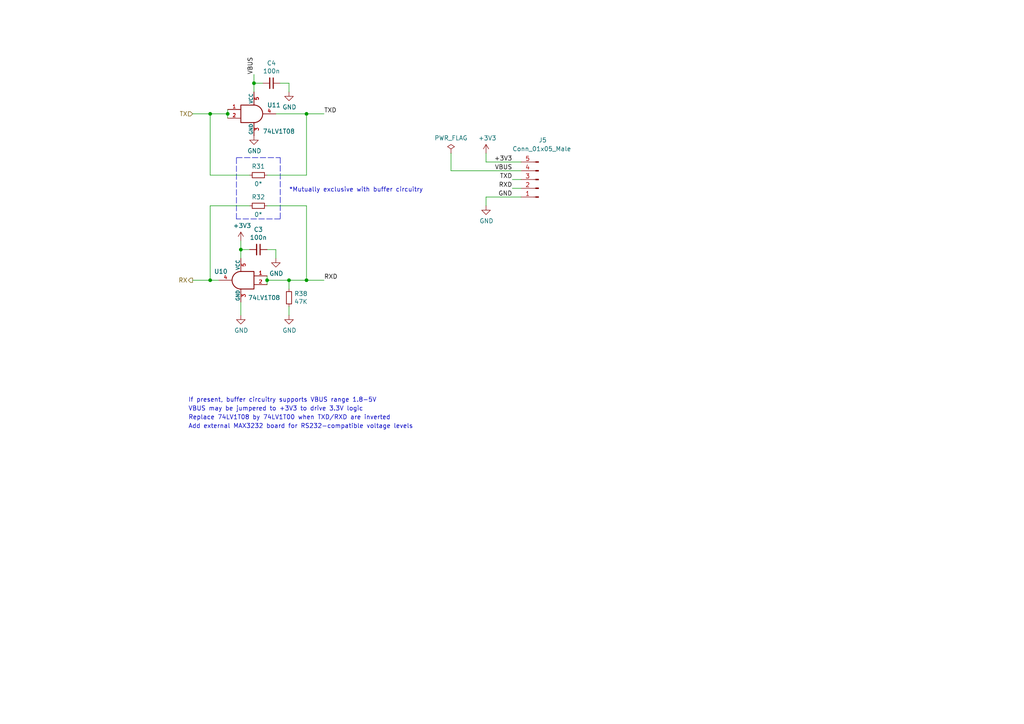
<source format=kicad_sch>
(kicad_sch (version 20211123) (generator eeschema)
  (paper "A4")
  (lib_symbols
    (symbol "74LV1T:74LV1T08" (pin_names (offset 0))
      (property "Reference" "U" (at -2.54 3.81 0))
      (property "Value" "74LV1T08" (at 7.62 -3.81 0))
      (symbol "74LV1T08_0_1"
        (arc (start 0 -2.54) (mid 2.54 0) (end 0 2.54) (stroke (width 0.254)))
        (polyline (pts (xy 0 -2.54) (xy -3.81 -2.54) (xy -3.81 2.54) (xy 0 2.54)) (stroke (width 0.254)))
      )
      (symbol "74LV1T08_1_1"
        (pin input line (at -7.62 1.27 0) (length 3.81) (name "~") (number "1"))
        (pin input line (at -7.62 -1.27 0) (length 3.81) (name "~") (number "2"))
        (pin power_in line (at 0 -6.35 90) (length 3.81) (name "GND") (number "3"))
        (pin output line (at 6.35 0 180) (length 3.81) (name "~") (number "4"))
        (pin power_in line (at 0 6.35 270) (length 3.81) (name "VCC") (number "5"))
      )
    )
    (symbol "Connector:Conn_01x05_Male" (pin_names (offset 1.016) hide)
      (property "Reference" "J" (at 0 7.62 0))
      (property "Value" "Conn_01x05_Male" (at 0 -7.62 0))
      (symbol "Conn_01x05_Male_1_1"
        (polyline (pts (xy 1.27 -5.08) (xy 0.8636 -5.08)) (stroke (width 0.1524)))
        (polyline (pts (xy 1.27 -2.54) (xy 0.8636 -2.54)) (stroke (width 0.1524)))
        (polyline (pts (xy 1.27 0) (xy 0.8636 0)) (stroke (width 0.1524)))
        (polyline (pts (xy 1.27 2.54) (xy 0.8636 2.54)) (stroke (width 0.1524)))
        (polyline (pts (xy 1.27 5.08) (xy 0.8636 5.08)) (stroke (width 0.1524)))
        (rectangle (start 0.8636 -4.953) (end 0 -5.207) (stroke (width 0.1524)) (fill (type outline)))
        (rectangle (start 0.8636 -2.413) (end 0 -2.667) (stroke (width 0.1524)) (fill (type outline)))
        (rectangle (start 0.8636 0.127) (end 0 -0.127) (stroke (width 0.1524)) (fill (type outline)))
        (rectangle (start 0.8636 2.667) (end 0 2.413) (stroke (width 0.1524)) (fill (type outline)))
        (rectangle (start 0.8636 5.207) (end 0 4.953) (stroke (width 0.1524)) (fill (type outline)))
        (pin passive line (at 5.08 5.08 180) (length 3.81) (name "Pin_1") (number "1"))
        (pin passive line (at 5.08 2.54 180) (length 3.81) (name "Pin_2") (number "2"))
        (pin passive line (at 5.08 0 180) (length 3.81) (name "Pin_3") (number "3"))
        (pin passive line (at 5.08 -2.54 180) (length 3.81) (name "Pin_4") (number "4"))
        (pin passive line (at 5.08 -5.08 180) (length 3.81) (name "Pin_5") (number "5"))
      )
    )
    (symbol "Device:C_Small" (pin_numbers hide) (pin_names (offset 0.254) hide)
      (property "Reference" "C" (at 0.254 1.778 0))
      (property "Value" "C_Small" (at 0.254 -2.032 0))
      (symbol "C_Small_0_1"
        (polyline (pts (xy -1.524 -0.508) (xy 1.524 -0.508)) (stroke (width 0.3302)))
        (polyline (pts (xy -1.524 0.508) (xy 1.524 0.508)) (stroke (width 0.3048)))
      )
      (symbol "C_Small_1_1"
        (pin passive line (at 0 2.54 270) (length 2.032) (name "~") (number "1"))
        (pin passive line (at 0 -2.54 90) (length 2.032) (name "~") (number "2"))
      )
    )
    (symbol "Device:R_Small" (pin_numbers hide) (pin_names (offset 0.254) hide)
      (property "Reference" "R" (at 0.762 0.508 0))
      (property "Value" "R_Small" (at 0.762 -1.016 0))
      (symbol "R_Small_0_1"
        (rectangle (start -0.762 1.778) (end 0.762 -1.778) (stroke (width 0.2032)))
      )
      (symbol "R_Small_1_1"
        (pin passive line (at 0 2.54 270) (length 0.762) (name "~") (number "1"))
        (pin passive line (at 0 -2.54 90) (length 0.762) (name "~") (number "2"))
      )
    )
    (symbol "power:+3V3" (power) (pin_names (offset 0))
      (property "Value" "+3V3" (at 0 3.556 0))
      (symbol "+3V3_0_1"
        (polyline (pts (xy -0.762 1.27) (xy 0 2.54)))
        (polyline (pts (xy 0 0) (xy 0 2.54)))
        (polyline (pts (xy 0 2.54) (xy 0.762 1.27)))
      )
      (symbol "+3V3_1_1"
        (pin power_in line (at 0 0 90) (length 0) hide (name "+3V3") (number "1"))
      )
    )
    (symbol "power:GND" (power) (pin_names (offset 0))
      (property "Value" "GND" (at 0 -3.81 0))
      (symbol "GND_0_1"
        (polyline (pts (xy 0 0) (xy 0 -1.27) (xy 1.27 -1.27) (xy 0 -2.54) (xy -1.27 -1.27) (xy 0 -1.27)))
      )
      (symbol "GND_1_1"
        (pin power_in line (at 0 0 270) (length 0) hide (name "GND") (number "1"))
      )
    )
    (symbol "power:PWR_FLAG" (power) (pin_numbers hide) (pin_names (offset 0) hide)
      (property "Value" "PWR_FLAG" (at 0 3.81 0))
      (symbol "PWR_FLAG_0_0"
        (pin power_out line (at 0 0 90) (length 0) (name "pwr") (number "1"))
      )
      (symbol "PWR_FLAG_0_1"
        (polyline (pts (xy 0 0) (xy 0 1.27) (xy -1.016 1.905) (xy 0 2.54) (xy 1.016 1.905) (xy 0 1.27)))
      )
    )
  )
  (junction (at 83.82 81.28))
  (junction (at 60.96 81.28))
  (junction (at 88.9 81.28))
  (junction (at 66.04 33.02))
  (junction (at 88.9 33.02))
  (junction (at 60.96 33.02))
  (junction (at 69.85 72.39))
  (junction (at 77.47 81.28))
  (junction (at 73.66 24.13))
  (wire (pts (xy 77.47 80.01) (xy 77.47 81.28)))
  (wire (pts (xy 88.9 81.28) (xy 83.82 81.28)))
  (wire (pts (xy 88.9 59.69) (xy 88.9 81.28)))
  (wire (pts (xy 69.85 74.93) (xy 69.85 72.39)))
  (wire (pts (xy 63.5 81.28) (xy 60.96 81.28)))
  (wire (pts (xy 88.9 50.8) (xy 88.9 33.02)))
  (wire (pts (xy 81.28 24.13) (xy 83.82 24.13)))
  (wire (pts (xy 83.82 24.13) (xy 83.82 26.67)))
  (wire (pts (xy 72.39 50.8) (xy 60.96 50.8)))
  (wire (pts (xy 72.39 59.69) (xy 60.96 59.69)))
  (wire (pts (xy 72.39 72.39) (xy 69.85 72.39)))
  (wire (pts (xy 83.82 83.82) (xy 83.82 81.28)))
  (wire (pts (xy 77.47 81.28) (xy 77.47 82.55)))
  (wire (pts (xy 130.81 49.53) (xy 151.13 49.53)))
  (wire (pts (xy 60.96 50.8) (xy 60.96 33.02)))
  (wire (pts (xy 77.47 72.39) (xy 80.01 72.39)))
  (wire (pts (xy 151.13 57.15) (xy 140.97 57.15)))
  (polyline (pts (xy 81.28 63.5) (xy 68.58 63.5)))
  (wire (pts (xy 73.66 26.67) (xy 73.66 24.13)))
  (polyline (pts (xy 68.58 63.5) (xy 68.58 45.72)))
  (wire (pts (xy 88.9 33.02) (xy 93.98 33.02)))
  (wire (pts (xy 80.01 72.39) (xy 80.01 74.93)))
  (wire (pts (xy 88.9 81.28) (xy 93.98 81.28)))
  (wire (pts (xy 140.97 57.15) (xy 140.97 59.69)))
  (wire (pts (xy 88.9 59.69) (xy 77.47 59.69)))
  (wire (pts (xy 66.04 34.29) (xy 66.04 33.02)))
  (wire (pts (xy 77.47 50.8) (xy 88.9 50.8)))
  (wire (pts (xy 69.85 91.44) (xy 69.85 87.63)))
  (wire (pts (xy 77.47 81.28) (xy 83.82 81.28)))
  (polyline (pts (xy 68.58 45.72) (xy 81.28 45.72)))
  (wire (pts (xy 60.96 59.69) (xy 60.96 81.28)))
  (wire (pts (xy 55.88 33.02) (xy 60.96 33.02)))
  (wire (pts (xy 130.81 49.53) (xy 130.81 44.45)))
  (wire (pts (xy 140.97 44.45) (xy 140.97 46.99)))
  (wire (pts (xy 148.59 52.07) (xy 151.13 52.07)))
  (wire (pts (xy 60.96 33.02) (xy 66.04 33.02)))
  (wire (pts (xy 66.04 33.02) (xy 66.04 31.75)))
  (wire (pts (xy 69.85 69.85) (xy 69.85 72.39)))
  (wire (pts (xy 148.59 54.61) (xy 151.13 54.61)))
  (polyline (pts (xy 81.28 45.72) (xy 81.28 63.5)))
  (wire (pts (xy 140.97 46.99) (xy 151.13 46.99)))
  (wire (pts (xy 60.96 81.28) (xy 55.88 81.28)))
  (wire (pts (xy 83.82 88.9) (xy 83.82 91.44)))
  (wire (pts (xy 76.2 24.13) (xy 73.66 24.13)))
  (wire (pts (xy 73.66 24.13) (xy 73.66 21.59)))
  (wire (pts (xy 88.9 33.02) (xy 80.01 33.02)))
  (text "Replace 74LV1T08 by 74LV1T00 when TXD/RXD are inverted" (at 54.61 121.92 0) (effects (font (size 1.27 1.27)) (justify left bottom)))
  (text "Add external MAX3232 board for RS232-compatible voltage levels" (at 54.61 124.46 0) (effects (font (size 1.27 1.27)) (justify left bottom)))
  (text "VBUS may be jumpered to +3V3 to drive 3.3V logic" (at 54.61 119.38 0) (effects (font (size 1.27 1.27)) (justify left bottom)))
  (text "*Mutually exclusive with buffer circuitry\n" (at 83.82 55.88 0) (effects (font (size 1.27 1.27)) (justify left bottom)))
  (text "If present, buffer circuitry supports VBUS range 1.8-5V" (at 54.61 116.84 0) (effects (font (size 1.27 1.27)) (justify left bottom)))
  (label "RXD" (at 93.98 81.28 0))
  (label "TXD" (at 148.59 52.07 180))
  (label "RXD" (at 148.59 54.61 180))
  (label "VBUS" (at 73.66 21.59 90))
  (label "VBUS" (at 148.59 49.53 180))
  (label "+3V3" (at 148.59 46.99 180))
  (label "GND" (at 148.59 57.15 180))
  (label "TXD" (at 93.98 33.02 0))
  (hierarchical_label "RX" (shape output) (at 55.88 81.28 180))
  (hierarchical_label "TX" (shape input) (at 55.88 33.02 180))
  (symbol (lib_id "74LV1T:74LV1T08") (at 73.66 33.02 0)
    (property "Reference" "U11" (at 77.47 30.48 0) (effects (justify left)))
    (property "Value" "74LV1T08" (at 76.2 38.1 0) (effects (justify left)))
    (property "Footprint" "Package_TO_SOT_SMD:SOT-23-5_HandSoldering" (effects hide))
    (property "Datasheet" "http://www.ti.com/lit/ds/symlink/sn74lv1t08.pdf" (effects hide))
  )
  (symbol (lib_id "74LV1T:74LV1T08") (at 69.85 81.28 0) (mirror y)
    (property "Reference" "U10" (at 66.04 78.74 0) (effects (justify left)))
    (property "Value" "74LV1T08" (at 81.28 86.36 0) (effects (justify left)))
    (property "Footprint" "Package_TO_SOT_SMD:SOT-23-5_HandSoldering" (effects hide))
    (property "Datasheet" "http://www.ti.com/lit/ds/symlink/sn74lv1t08.pdf" (effects hide))
  )
  (symbol (lib_id "power:GND") (at 73.66 39.37 0)
    (property "Reference" "#PWR022" (effects hide))
    (property "Value" "GND" (at 73.787 43.7642 0))
  )
  (symbol (lib_id "Connector:Conn_01x05_Male") (at 156.21 52.07 180)
    (property "Reference" "J5" (at 156.21 40.64 0) (effects (justify right)))
    (property "Value" "Conn_01x05_Male" (at 148.59 43.18 0) (effects (justify right)))
    (property "Footprint" "Connector_PinHeader_2.54mm:PinHeader_1x05_P2.54mm_Vertical" (effects hide))
  )
  (symbol (lib_id "power:+3V3") (at 140.97 44.45 0)
    (property "Reference" "#PWR035" (effects hide))
    (property "Value" "+3V3" (at 141.351 40.0558 0))
  )
  (symbol (lib_id "power:GND") (at 140.97 59.69 0)
    (property "Reference" "#PWR036" (effects hide))
    (property "Value" "GND" (at 141.097 64.0842 0))
  )
  (symbol (lib_id "power:+3V3") (at 69.85 69.85 0)
    (property "Reference" "#PWR028" (effects hide))
    (property "Value" "+3V3" (at 70.231 65.4558 0))
  )
  (symbol (lib_id "power:GND") (at 69.85 91.44 0)
    (property "Reference" "#PWR029" (effects hide))
    (property "Value" "GND" (at 69.977 95.8342 0))
  )
  (symbol (lib_id "Device:C_Small") (at 78.74 24.13 270)
    (property "Reference" "C4" (at 78.74 18.3134 90))
    (property "Value" "100n" (at 78.74 20.6248 90))
    (property "Footprint" "Capacitor_SMD:C_0603_1608Metric_Pad1.05x0.95mm_HandSolder" (effects hide))
  )
  (symbol (lib_id "Device:C_Small") (at 74.93 72.39 270)
    (property "Reference" "C3" (at 74.93 66.5734 90))
    (property "Value" "100n" (at 74.93 68.8848 90))
    (property "Footprint" "Capacitor_SMD:C_0603_1608Metric_Pad1.05x0.95mm_HandSolder" (effects hide))
  )
  (symbol (lib_id "Device:R_Small") (at 74.93 50.8 90)
    (property "Reference" "R31" (at 74.93 48.26 90))
    (property "Value" "0*" (at 74.93 53.34 90))
    (property "Footprint" "Resistor_SMD:R_0603_1608Metric_Pad1.05x0.95mm_HandSolder" (effects hide))
  )
  (symbol (lib_id "Device:R_Small") (at 74.93 59.69 90)
    (property "Reference" "R32" (at 74.93 57.15 90))
    (property "Value" "0*" (at 74.93 62.23 90))
    (property "Footprint" "Resistor_SMD:R_0603_1608Metric_Pad1.05x0.95mm_HandSolder" (effects hide))
  )
  (symbol (lib_id "power:GND") (at 80.01 74.93 0)
    (property "Reference" "#PWR0103" (effects hide))
    (property "Value" "GND" (at 80.137 79.3242 0))
  )
  (symbol (lib_id "power:GND") (at 83.82 26.67 0)
    (property "Reference" "#PWR0104" (effects hide))
    (property "Value" "GND" (at 83.947 31.0642 0))
  )
  (symbol (lib_id "power:PWR_FLAG") (at 130.81 44.45 0)
    (property "Reference" "#FLG0103" (effects hide))
    (property "Value" "PWR_FLAG" (at 130.81 40.0304 0))
  )
  (symbol (lib_id "Device:R_Small") (at 83.82 86.36 0)
    (property "Reference" "R38" (at 85.3186 85.1916 0) (effects (justify left)))
    (property "Value" "47K" (at 85.3186 87.503 0) (effects (justify left)))
    (property "Footprint" "Resistor_SMD:R_0603_1608Metric_Pad1.05x0.95mm_HandSolder" (effects hide))
  )
  (symbol (lib_id "power:GND") (at 83.82 91.44 0)
    (property "Reference" "#PWR042" (effects hide))
    (property "Value" "GND" (at 83.947 95.8342 0))
  )
)
</source>
